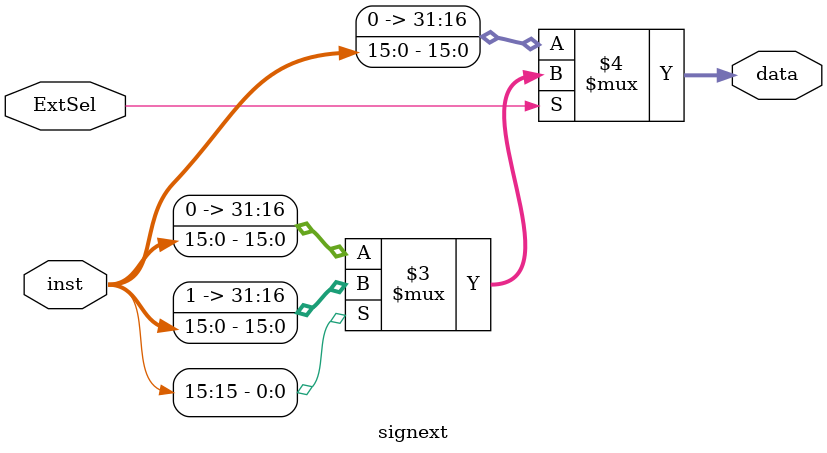
<source format=v>
`timescale 1ns / 1ps


module signext(
    input ExtSel,
    input [15:0] inst,
    output [31:0] data
);
    assign data=ExtSel==1?(inst[15:15]==1?{16'hffff,inst}:{16'h0000,inst}):({16'h0000,inst});
	
endmodule





















</source>
